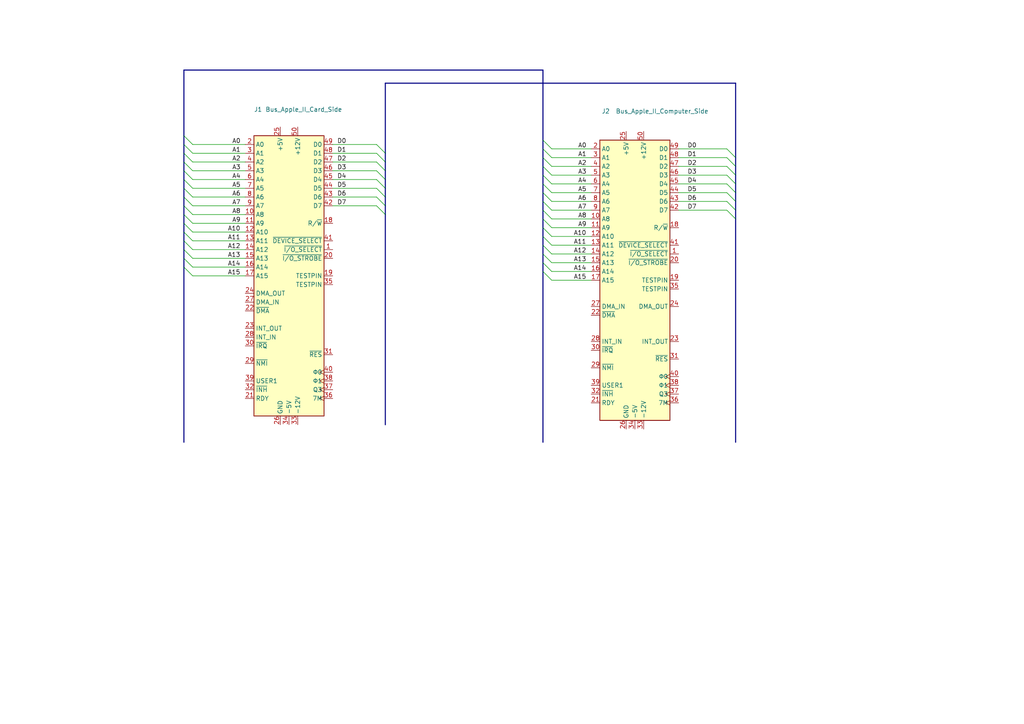
<source format=kicad_sch>
(kicad_sch (version 20231120) (generator "eeschema") (generator_version "8.0")
  (paper "A4")
  (title_block (title "Microprofessor-II Bus Adapter Board") (date "2024-07-19") (rev "0.1") (comment 1 "Licensed under CERN-OHL-P V2.0 (https://ohwr.org/cern_ohl_p_v2.txt)") (comment 2 "Copyright (c) 2024 The Random DIY") (comment 4 "Adapter board to run Apple II VGA Card (https://github.com/markadev/AppleII-VGA)"))
  (lib_symbols
    (symbol "PCM_MA_Connector_AppleII:Bus_Apple_II_Card_Side" (in_bom no)
      (property "Reference" "J" (at 7.62 41.91 0))
      (property "Value" "Bus_Apple_II_Card_Side" (at 15.24 -41.91 0))
      (symbol "Bus_Apple_II_Card_Side_0_1"
        (rectangle (start -10.16 40.64) (end 10.16 -40.64) (stroke (width 0.254)) (fill (type background)))
      )
      (symbol "Bus_Apple_II_Card_Side_1_1"
        (pin output line (at 12.7 7.62 180) (length 2.54) (name "~{I/O_SELECT}") (number "1"))
        (pin bidirectional line (at -12.7 17.78 0) (length 2.54) (name "A8") (number "10"))
        (pin bidirectional line (at -12.7 15.24 0) (length 2.54) (name "A9") (number "11"))
        (pin bidirectional line (at -12.7 12.7 0) (length 2.54) (name "A10") (number "12"))
        (pin bidirectional line (at -12.7 10.16 0) (length 2.54) (name "A11") (number "13"))
        (pin bidirectional line (at -12.7 7.62 0) (length 2.54) (name "A12") (number "14"))
        (pin bidirectional line (at -12.7 5.08 0) (length 2.54) (name "A13") (number "15"))
        (pin bidirectional line (at -12.7 2.54 0) (length 2.54) (name "A14") (number "16"))
        (pin bidirectional line (at -12.7 0 0) (length 2.54) (name "A15") (number "17"))
        (pin bidirectional line (at 12.7 15.24 180) (length 2.54) (name "R/~{W}") (number "18"))
        (pin input line (at 12.7 0 180) (length 2.54) (name "TESTPIN") (number "19"))
        (pin bidirectional line (at -12.7 38.1 0) (length 2.54) (name "A0") (number "2"))
        (pin output line (at 12.7 5.08 180) (length 2.54) (name "~{I/O_STROBE}") (number "20"))
        (pin input line (at -12.7 -35.56 0) (length 2.54) (name "RDY") (number "21"))
        (pin input line (at -12.7 -10.16 0) (length 2.54) (name "~{DMA}") (number "22"))
        (pin input line (at -12.7 -15.24 0) (length 2.54) (name "INT_OUT") (number "23"))
        (pin input line (at -12.7 -5.08 0) (length 2.54) (name "DMA_OUT") (number "24"))
        (pin power_out line (at -2.54 43.18 270) (length 2.54) (name "+5V") (number "25"))
        (pin power_out line (at -2.54 -43.18 90) (length 2.54) (name "GND") (number "26"))
        (pin output line (at -12.7 -7.62 0) (length 2.54) (name "DMA_IN") (number "27"))
        (pin output line (at -12.7 -17.78 0) (length 2.54) (name "INT_IN") (number "28"))
        (pin input line (at -12.7 -25.4 0) (length 2.54) (name "~{NMI}") (number "29"))
        (pin bidirectional line (at -12.7 35.56 0) (length 2.54) (name "A1") (number "3"))
        (pin input line (at -12.7 -20.32 0) (length 2.54) (name "~{IRQ}") (number "30"))
        (pin bidirectional line (at 12.7 -22.86 180) (length 2.54) (name "~{RES}") (number "31"))
        (pin input line (at -12.7 -33.02 0) (length 2.54) (name "~{INH}") (number "32"))
        (pin power_out line (at 2.54 -43.18 90) (length 2.54) (name "-12V") (number "33"))
        (pin power_out line (at 0 -43.18 90) (length 2.54) (name "-5V") (number "34"))
        (pin input line (at 12.7 -2.54 180) (length 2.54) (name "TESTPIN") (number "35"))
        (pin output clock (at 12.7 -35.56 180) (length 2.54) (name "7M") (number "36"))
        (pin output clock (at 12.7 -33.02 180) (length 2.54) (name "Q3") (number "37"))
        (pin output clock (at 12.7 -30.48 180) (length 2.54) (name "Φ1") (number "38"))
        (pin input line (at -12.7 -30.48 0) (length 2.54) (name "USER1") (number "39"))
        (pin bidirectional line (at -12.7 33.02 0) (length 2.54) (name "A2") (number "4"))
        (pin output clock (at 12.7 -27.94 180) (length 2.54) (name "Φ0") (number "40"))
        (pin output line (at 12.7 10.16 180) (length 2.54) (name "~{DEVICE_SELECT}") (number "41"))
        (pin bidirectional line (at 12.7 20.32 180) (length 2.54) (name "D7") (number "42"))
        (pin bidirectional line (at 12.7 22.86 180) (length 2.54) (name "D6") (number "43"))
        (pin bidirectional line (at 12.7 25.4 180) (length 2.54) (name "D5") (number "44"))
        (pin bidirectional line (at 12.7 27.94 180) (length 2.54) (name "D4") (number "45"))
        (pin bidirectional line (at 12.7 30.48 180) (length 2.54) (name "D3") (number "46"))
        (pin bidirectional line (at 12.7 33.02 180) (length 2.54) (name "D2") (number "47"))
        (pin bidirectional line (at 12.7 35.56 180) (length 2.54) (name "D1") (number "48"))
        (pin bidirectional line (at 12.7 38.1 180) (length 2.54) (name "D0") (number "49"))
        (pin bidirectional line (at -12.7 30.48 0) (length 2.54) (name "A3") (number "5"))
        (pin power_out line (at 2.54 43.18 270) (length 2.54) (name "+12V") (number "50"))
        (pin bidirectional line (at -12.7 27.94 0) (length 2.54) (name "A4") (number "6"))
        (pin bidirectional line (at -12.7 25.4 0) (length 2.54) (name "A5") (number "7"))
        (pin bidirectional line (at -12.7 22.86 0) (length 2.54) (name "A6") (number "8"))
        (pin bidirectional line (at -12.7 20.32 0) (length 2.54) (name "A7") (number "9"))
      )
    )
    (symbol "PCM_MA_Connector_AppleII:Bus_Apple_II_Computer_Side"
      (property "Reference" "J" (at 0 41.91 0))
      (property "Value" "Bus_Apple_II_Computer_Side" (at 17.78 -41.91 0))
      (symbol "Bus_Apple_II_Computer_Side_0_1"
        (rectangle (start -10.16 40.64) (end 10.16 -40.64) (stroke (width 0.254)) (fill (type background)))
      )
      (symbol "Bus_Apple_II_Computer_Side_1_1"
        (pin input line (at 12.7 7.62 180) (length 2.54) (name "~{I/O_SELECT}") (number "1"))
        (pin bidirectional line (at -12.7 17.78 0) (length 2.54) (name "A8") (number "10"))
        (pin bidirectional line (at -12.7 15.24 0) (length 2.54) (name "A9") (number "11"))
        (pin bidirectional line (at -12.7 12.7 0) (length 2.54) (name "A10") (number "12"))
        (pin bidirectional line (at -12.7 10.16 0) (length 2.54) (name "A11") (number "13"))
        (pin bidirectional line (at -12.7 7.62 0) (length 2.54) (name "A12") (number "14"))
        (pin bidirectional line (at -12.7 5.08 0) (length 2.54) (name "A13") (number "15"))
        (pin bidirectional line (at -12.7 2.54 0) (length 2.54) (name "A14") (number "16"))
        (pin bidirectional line (at -12.7 0 0) (length 2.54) (name "A15") (number "17"))
        (pin bidirectional line (at 12.7 15.24 180) (length 2.54) (name "R/~{W}") (number "18"))
        (pin open_collector line (at 12.7 0 180) (length 2.54) (name "TESTPIN") (number "19"))
        (pin bidirectional line (at -12.7 38.1 0) (length 2.54) (name "A0") (number "2"))
        (pin input line (at 12.7 5.08 180) (length 2.54) (name "~{I/O_STROBE}") (number "20"))
        (pin open_collector line (at -12.7 -35.56 0) (length 2.54) (name "RDY") (number "21"))
        (pin open_collector line (at -12.7 -10.16 0) (length 2.54) (name "~{DMA}") (number "22"))
        (pin output line (at 12.7 -17.78 180) (length 2.54) (name "INT_OUT") (number "23"))
        (pin output line (at 12.7 -7.62 180) (length 2.54) (name "DMA_OUT") (number "24"))
        (pin power_in line (at -2.54 43.18 270) (length 2.54) (name "+5V") (number "25"))
        (pin power_in line (at -2.54 -43.18 90) (length 2.54) (name "GND") (number "26"))
        (pin input line (at -12.7 -7.62 0) (length 2.54) (name "DMA_IN") (number "27"))
        (pin input line (at -12.7 -17.78 0) (length 2.54) (name "INT_IN") (number "28"))
        (pin open_collector line (at -12.7 -25.4 0) (length 2.54) (name "~{NMI}") (number "29"))
        (pin bidirectional line (at -12.7 35.56 0) (length 2.54) (name "A1") (number "3"))
        (pin open_collector line (at -12.7 -20.32 0) (length 2.54) (name "~{IRQ}") (number "30"))
        (pin bidirectional line (at 12.7 -22.86 180) (length 2.54) (name "~{RES}") (number "31"))
        (pin open_collector line (at -12.7 -33.02 0) (length 2.54) (name "~{INH}") (number "32"))
        (pin power_in line (at 2.54 -43.18 90) (length 2.54) (name "-12V") (number "33"))
        (pin power_in line (at 0 -43.18 90) (length 2.54) (name "-5V") (number "34"))
        (pin open_collector line (at 12.7 -2.54 180) (length 2.54) (name "TESTPIN") (number "35"))
        (pin input clock (at 12.7 -35.56 180) (length 2.54) (name "7M") (number "36"))
        (pin input clock (at 12.7 -33.02 180) (length 2.54) (name "Q3") (number "37"))
        (pin input clock (at 12.7 -30.48 180) (length 2.54) (name "Φ1") (number "38"))
        (pin open_collector line (at -12.7 -30.48 0) (length 2.54) (name "USER1") (number "39"))
        (pin bidirectional line (at -12.7 33.02 0) (length 2.54) (name "A2") (number "4"))
        (pin input clock (at 12.7 -27.94 180) (length 2.54) (name "Φ0") (number "40"))
        (pin input line (at 12.7 10.16 180) (length 2.54) (name "~{DEVICE_SELECT}") (number "41"))
        (pin bidirectional line (at 12.7 20.32 180) (length 2.54) (name "D7") (number "42"))
        (pin bidirectional line (at 12.7 22.86 180) (length 2.54) (name "D6") (number "43"))
        (pin bidirectional line (at 12.7 25.4 180) (length 2.54) (name "D5") (number "44"))
        (pin bidirectional line (at 12.7 27.94 180) (length 2.54) (name "D4") (number "45"))
        (pin bidirectional line (at 12.7 30.48 180) (length 2.54) (name "D3") (number "46"))
        (pin bidirectional line (at 12.7 33.02 180) (length 2.54) (name "D2") (number "47"))
        (pin bidirectional line (at 12.7 35.56 180) (length 2.54) (name "D1") (number "48"))
        (pin bidirectional line (at 12.7 38.1 180) (length 2.54) (name "D0") (number "49"))
        (pin bidirectional line (at -12.7 30.48 0) (length 2.54) (name "A3") (number "5"))
        (pin power_in line (at 2.54 43.18 270) (length 2.54) (name "+12V") (number "50"))
        (pin bidirectional line (at -12.7 27.94 0) (length 2.54) (name "A4") (number "6"))
        (pin bidirectional line (at -12.7 25.4 0) (length 2.54) (name "A5") (number "7"))
        (pin bidirectional line (at -12.7 22.86 0) (length 2.54) (name "A6") (number "8"))
        (pin bidirectional line (at -12.7 20.32 0) (length 2.54) (name "A7") (number "9"))
      )
    )
  )
  (bus_entry (at 210.82 60.96) (size 2.54 2.54))
  (bus_entry (at 210.82 55.88) (size 2.54 2.54))
  (bus_entry (at 210.82 50.8) (size 2.54 2.54))
  (bus_entry (at 53.34 62.23) (size 2.54 2.54))
  (bus_entry (at 109.22 57.15) (size 2.54 2.54))
  (bus_entry (at 157.48 68.58) (size 2.54 2.54))
  (bus_entry (at 53.34 44.45) (size 2.54 2.54))
  (bus_entry (at 157.48 40.64) (size 2.54 2.54))
  (bus_entry (at 210.82 43.18) (size 2.54 2.54))
  (bus_entry (at 109.22 52.07) (size 2.54 2.54))
  (bus_entry (at 157.48 48.26) (size 2.54 2.54))
  (bus_entry (at 53.34 57.15) (size 2.54 2.54))
  (bus_entry (at 157.48 55.88) (size 2.54 2.54))
  (bus_entry (at 53.34 39.37) (size 2.54 2.54))
  (bus_entry (at 157.48 66.04) (size 2.54 2.54))
  (bus_entry (at 109.22 46.99) (size 2.54 2.54))
  (bus_entry (at 210.82 45.72) (size 2.54 2.54))
  (bus_entry (at 53.34 52.07) (size 2.54 2.54))
  (bus_entry (at 157.48 71.12) (size 2.54 2.54))
  (bus_entry (at 157.48 73.66) (size 2.54 2.54))
  (bus_entry (at 53.34 46.99) (size 2.54 2.54))
  (bus_entry (at 157.48 63.5) (size 2.54 2.54))
  (bus_entry (at 53.34 77.47) (size 2.54 2.54))
  (bus_entry (at 53.34 74.93) (size 2.54 2.54))
  (bus_entry (at 109.22 54.61) (size 2.54 2.54))
  (bus_entry (at 53.34 64.77) (size 2.54 2.54))
  (bus_entry (at 109.22 44.45) (size 2.54 2.54))
  (bus_entry (at 53.34 72.39) (size 2.54 2.54))
  (bus_entry (at 210.82 53.34) (size 2.54 2.54))
  (bus_entry (at 157.48 76.2) (size 2.54 2.54))
  (bus_entry (at 109.22 59.69) (size 2.54 2.54))
  (bus_entry (at 157.48 43.18) (size 2.54 2.54))
  (bus_entry (at 210.82 58.42) (size 2.54 2.54))
  (bus_entry (at 53.34 54.61) (size 2.54 2.54))
  (bus_entry (at 157.48 50.8) (size 2.54 2.54))
  (bus_entry (at 157.48 60.96) (size 2.54 2.54))
  (bus_entry (at 109.22 41.91) (size 2.54 2.54))
  (bus_entry (at 109.22 49.53) (size 2.54 2.54))
  (bus_entry (at 53.34 41.91) (size 2.54 2.54))
  (bus_entry (at 53.34 67.31) (size 2.54 2.54))
  (bus_entry (at 157.48 58.42) (size 2.54 2.54))
  (bus_entry (at 157.48 53.34) (size 2.54 2.54))
  (bus_entry (at 157.48 45.72) (size 2.54 2.54))
  (bus_entry (at 157.48 78.74) (size 2.54 2.54))
  (bus_entry (at 53.34 59.69) (size 2.54 2.54))
  (bus_entry (at 53.34 69.85) (size 2.54 2.54))
  (bus_entry (at 210.82 48.26) (size 2.54 2.54))
  (bus_entry (at 53.34 49.53) (size 2.54 2.54))
  (wire (pts (xy 96.52 49.53) (xy 109.22 49.53)))
  (bus (pts (xy 213.36 48.26) (xy 213.36 50.8)))
  (wire (pts (xy 55.88 74.93) (xy 71.12 74.93)))
  (bus (pts (xy 53.34 69.85) (xy 53.34 72.39)))
  (wire (pts (xy 55.88 59.69) (xy 71.12 59.69)))
  (bus (pts (xy 157.48 50.8) (xy 157.48 53.34)))
  (wire (pts (xy 160.02 43.18) (xy 171.45 43.18)))
  (bus (pts (xy 111.76 123.19) (xy 111.76 62.23)))
  (bus (pts (xy 53.34 74.93) (xy 53.34 77.47)))
  (wire (pts (xy 160.02 68.58) (xy 171.45 68.58)))
  (bus (pts (xy 157.48 73.66) (xy 157.48 76.2)))
  (wire (pts (xy 160.02 63.5) (xy 171.45 63.5)))
  (bus (pts (xy 157.48 58.42) (xy 157.48 60.96)))
  (wire (pts (xy 55.88 52.07) (xy 71.12 52.07)))
  (bus (pts (xy 53.34 77.47) (xy 53.34 128.27)))
  (wire (pts (xy 196.85 48.26) (xy 210.82 48.26)))
  (bus (pts (xy 53.34 41.91) (xy 53.34 44.45)))
  (bus (pts (xy 111.76 52.07) (xy 111.76 49.53)))
  (wire (pts (xy 96.52 59.69) (xy 109.22 59.69)))
  (wire (pts (xy 55.88 62.23) (xy 71.12 62.23)))
  (bus (pts (xy 213.36 53.34) (xy 213.36 55.88)))
  (wire (pts (xy 55.88 77.47) (xy 71.12 77.47)))
  (bus (pts (xy 111.76 44.45) (xy 111.76 24.13)))
  (wire (pts (xy 55.88 64.77) (xy 71.12 64.77)))
  (bus (pts (xy 53.34 46.99) (xy 53.34 49.53)))
  (wire (pts (xy 160.02 76.2) (xy 171.45 76.2)))
  (wire (pts (xy 160.02 78.74) (xy 171.45 78.74)))
  (bus (pts (xy 157.48 63.5) (xy 157.48 66.04)))
  (bus (pts (xy 157.48 40.64) (xy 157.48 43.18)))
  (bus (pts (xy 213.36 63.5) (xy 213.36 128.27)))
  (bus (pts (xy 157.48 78.74) (xy 157.48 128.27)))
  (wire (pts (xy 55.88 44.45) (xy 71.12 44.45)))
  (wire (pts (xy 160.02 55.88) (xy 171.45 55.88)))
  (bus (pts (xy 53.34 39.37) (xy 53.34 41.91)))
  (wire (pts (xy 96.52 57.15) (xy 109.22 57.15)))
  (bus (pts (xy 157.48 53.34) (xy 157.48 55.88)))
  (bus (pts (xy 157.48 48.26) (xy 157.48 50.8)))
  (wire (pts (xy 196.85 45.72) (xy 210.82 45.72)))
  (wire (pts (xy 55.88 41.91) (xy 71.12 41.91)))
  (wire (pts (xy 55.88 54.61) (xy 71.12 54.61)))
  (bus (pts (xy 53.34 62.23) (xy 53.34 64.77)))
  (wire (pts (xy 55.88 69.85) (xy 71.12 69.85)))
  (bus (pts (xy 53.34 52.07) (xy 53.34 54.61)))
  (bus (pts (xy 53.34 49.53) (xy 53.34 52.07)))
  (bus (pts (xy 213.36 24.13) (xy 213.36 45.72)))
  (wire (pts (xy 96.52 52.07) (xy 109.22 52.07)))
  (bus (pts (xy 53.34 20.32) (xy 157.48 20.32)))
  (bus (pts (xy 213.36 50.8) (xy 213.36 53.34)))
  (wire (pts (xy 160.02 58.42) (xy 171.45 58.42)))
  (bus (pts (xy 213.36 58.42) (xy 213.36 60.96)))
  (wire (pts (xy 196.85 60.96) (xy 210.82 60.96)))
  (wire (pts (xy 196.85 43.18) (xy 210.82 43.18)))
  (bus (pts (xy 157.48 20.32) (xy 157.48 40.64)))
  (bus (pts (xy 157.48 76.2) (xy 157.48 78.74)))
  (bus (pts (xy 53.34 64.77) (xy 53.34 67.31)))
  (bus (pts (xy 157.48 43.18) (xy 157.48 45.72)))
  (wire (pts (xy 196.85 58.42) (xy 210.82 58.42)))
  (bus (pts (xy 213.36 55.88) (xy 213.36 58.42)))
  (bus (pts (xy 157.48 71.12) (xy 157.48 73.66)))
  (wire (pts (xy 96.52 44.45) (xy 109.22 44.45)))
  (wire (pts (xy 160.02 60.96) (xy 171.45 60.96)))
  (wire (pts (xy 55.88 49.53) (xy 71.12 49.53)))
  (bus (pts (xy 111.76 24.13) (xy 213.36 24.13)))
  (wire (pts (xy 96.52 54.61) (xy 109.22 54.61)))
  (wire (pts (xy 160.02 71.12) (xy 171.45 71.12)))
  (wire (pts (xy 196.85 50.8) (xy 210.82 50.8)))
  (bus (pts (xy 53.34 59.69) (xy 53.34 62.23)))
  (wire (pts (xy 55.88 67.31) (xy 71.12 67.31)))
  (wire (pts (xy 96.52 46.99) (xy 109.22 46.99)))
  (bus (pts (xy 111.76 46.99) (xy 111.76 44.45)))
  (wire (pts (xy 55.88 72.39) (xy 71.12 72.39)))
  (wire (pts (xy 96.52 41.91) (xy 109.22 41.91)))
  (bus (pts (xy 111.76 49.53) (xy 111.76 46.99)))
  (wire (pts (xy 160.02 53.34) (xy 171.45 53.34)))
  (wire (pts (xy 160.02 45.72) (xy 171.45 45.72)))
  (bus (pts (xy 157.48 66.04) (xy 157.48 68.58)))
  (bus (pts (xy 111.76 54.61) (xy 111.76 52.07)))
  (wire (pts (xy 196.85 55.88) (xy 210.82 55.88)))
  (wire (pts (xy 160.02 81.28) (xy 171.45 81.28)))
  (wire (pts (xy 196.85 53.34) (xy 210.82 53.34)))
  (wire (pts (xy 160.02 66.04) (xy 171.45 66.04)))
  (bus (pts (xy 53.34 44.45) (xy 53.34 46.99)))
  (bus (pts (xy 157.48 55.88) (xy 157.48 58.42)))
  (bus (pts (xy 213.36 60.96) (xy 213.36 63.5)))
  (bus (pts (xy 53.34 57.15) (xy 53.34 59.69)))
  (wire (pts (xy 160.02 48.26) (xy 171.45 48.26)))
  (wire (pts (xy 55.88 57.15) (xy 71.12 57.15)))
  (bus (pts (xy 111.76 57.15) (xy 111.76 54.61)))
  (wire (pts (xy 160.02 73.66) (xy 171.45 73.66)))
  (bus (pts (xy 157.48 68.58) (xy 157.48 71.12)))
  (bus (pts (xy 111.76 62.23) (xy 111.76 59.69)))
  (bus (pts (xy 53.34 67.31) (xy 53.34 69.85)))
  (bus (pts (xy 111.76 59.69) (xy 111.76 57.15)))
  (bus (pts (xy 157.48 45.72) (xy 157.48 48.26)))
  (wire (pts (xy 55.88 80.01) (xy 71.12 80.01)))
  (bus (pts (xy 53.34 72.39) (xy 53.34 74.93)))
  (wire (pts (xy 160.02 50.8) (xy 171.45 50.8)))
  (bus (pts (xy 213.36 45.72) (xy 213.36 48.26)))
  (bus (pts (xy 157.48 60.96) (xy 157.48 63.5)))
  (wire (pts (xy 55.88 46.99) (xy 71.12 46.99)))
  (bus (pts (xy 53.34 39.37) (xy 53.34 20.32)))
  (bus (pts (xy 53.34 54.61) (xy 53.34 57.15)))
  (label "D0" (at 199.39 43.18 0))
  (label "A4" (at 167.64 53.34 0))
  (label "A1" (at 67.31 44.45 0))
  (label "A3" (at 67.31 49.53 0))
  (label "D3" (at 97.79 49.53 0))
  (label "A14" (at 66.04 77.47 0))
  (label "A5" (at 167.64 55.88 0))
  (label "D4" (at 199.39 53.34 0))
  (label "D2" (at 199.39 48.26 0))
  (label "A10" (at 66.04 67.31 0))
  (label "A15" (at 166.37 81.28 0))
  (label "A13" (at 166.37 76.2 0))
  (label "A11" (at 66.04 69.85 0))
  (label "A6" (at 167.64 58.42 0))
  (label "A6" (at 67.31 57.15 0))
  (label "A5" (at 67.31 54.61 0))
  (label "A14" (at 166.37 78.74 0))
  (label "D0" (at 97.79 41.91 0))
  (label "D3" (at 199.39 50.8 0))
  (label "A8" (at 167.64 63.5 0))
  (label "A4" (at 67.31 52.07 0))
  (label "D6" (at 97.79 57.15 0))
  (label "D4" (at 97.79 52.07 0))
  (label "D2" (at 97.79 46.99 0))
  (label "D6" (at 199.39 58.42 0))
  (label "A7" (at 167.64 60.96 0))
  (label "A0" (at 167.64 43.18 0))
  (label "D1" (at 199.39 45.72 0))
  (label "A12" (at 66.04 72.39 0))
  (label "A8" (at 67.31 62.23 0))
  (label "A3" (at 167.64 50.8 0))
  (label "D5" (at 97.79 54.61 0))
  (label "A12" (at 166.37 73.66 0))
  (label "D7" (at 97.79 59.69 0))
  (label "A10" (at 166.37 68.58 0))
  (label "A1" (at 167.64 45.72 0))
  (label "D1" (at 97.79 44.45 0))
  (label "A9" (at 67.31 64.77 0))
  (label "A2" (at 167.64 48.26 0))
  (label "A2" (at 67.31 46.99 0))
  (label "D5" (at 199.39 55.88 0))
  (label "A13" (at 66.04 74.93 0))
  (label "D7" (at 199.39 60.96 0))
  (label "A9" (at 167.64 66.04 0))
  (label "A11" (at 166.37 71.12 0))
  (label "A15" (at 66.04 80.01 0))
  (label "A7" (at 67.31 59.69 0))
  (label "A0" (at 67.31 41.91 0))
  (symbol (lib_id "PCM_MA_Connector_AppleII:Bus_Apple_II_Computer_Side") (at 184.15 81.28 0) (unit 1)
    (property "Reference" "J2" (at 174.498 32.258 0) (effects (justify left)))
    (property "Value" "Bus_Apple_II_Computer_Side" (at 178.562 32.258 0) (effects (justify left)))
    (property "Footprint" "PCM_MA_Connector_AppleII:EDAC_395-050-520-201_CounterClockwise" (effects (hide yes)))
    (property "Datasheet" "https://archive.org/details/Apple_II_Mini_Manual/page/n37/mode/2up" (effects (hide yes)))
    (property "Description" "Apple II bus connector. Use this symbol on the motherboard side, either on Apple II-compatible motherboards, or on boards that are designed to take Apple II peripheral cards." (effects (hide yes)))
  )
  (symbol (lib_id "PCM_MA_Connector_AppleII:Bus_Apple_II_Card_Side") (at 83.82 80.01 0) (unit 1) (in_bom no)
    (property "Reference" "J1" (at 73.66 31.75 0) (effects (justify left)))
    (property "Value" "Bus_Apple_II_Card_Side" (at 76.962 31.75 0) (effects (justify left)))
    (property "Footprint" "PCM_MA_Connector_AppleII:Peripheral_Bus_Edge" (effects (hide yes)))
    (property "Datasheet" "https://archive.org/details/Apple_II_Mini_Manual/page/n37/mode/2up" (effects (hide yes)))
    (property "Description" "Apple II bus connector. Use this symbol on the card side, i.e. for making Apple II-compatible peripheral cards." (effects (hide yes)))
  )
)
</source>
